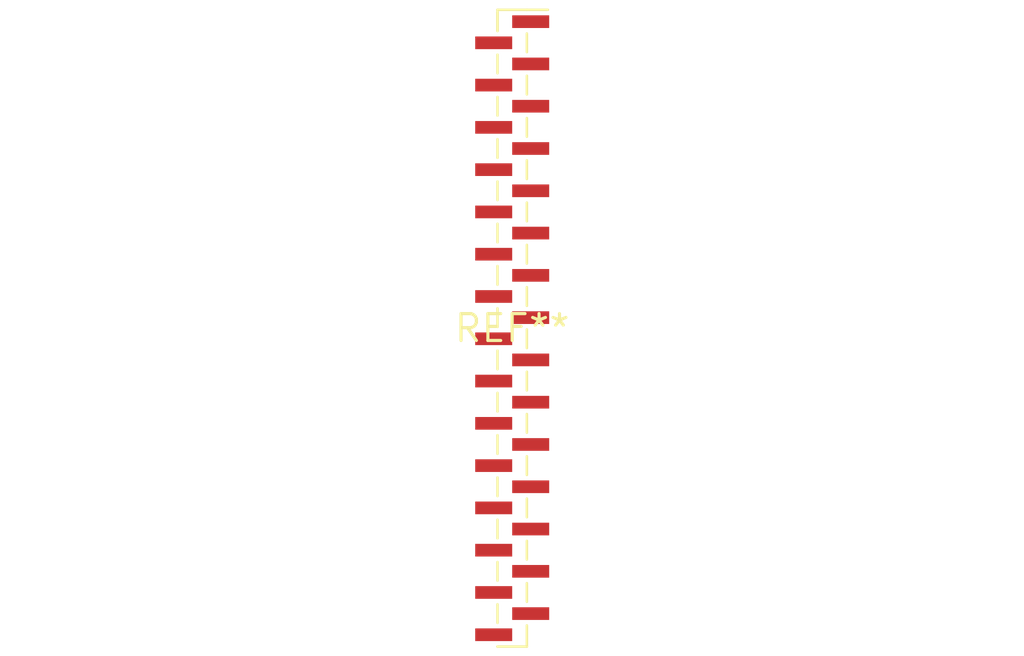
<source format=kicad_pcb>
(kicad_pcb (version 20240108) (generator pcbnew)
  (layers (0 "F.Cu" signal) (31 "B.Cu" signal) (34 "B.Paste" user) (35 "F.Paste" user) (36 "B.SilkS" user "B.Silkscreen") (37 "F.SilkS" user "F.Silkscreen") (38 "B.Mask" user) (39 "F.Mask" user) (44 "Edge.Cuts" user))
  (net 0 "")
  (footprint "PinHeader_1x30_P1.00mm_Vertical_SMD_Pin1Right" (layer "F.Cu") (at 0 0)
    (property "Reference" "REF**")
    (property "Value" "PinHeader_1x30_P1.00mm_Vertical_SMD_Pin1Right")
    (fp_line (start -0.695 -15.06) (end -0.695 -14.06) (layer "F.SilkS") (stroke (width 0.12)))
    (fp_line (start -0.695 -15.06) (end 0.695 -15.06) (layer "F.SilkS") (stroke (width 0.12)))
    (fp_line (start -0.695 -14.94) (end -0.695 -14.06) (layer "F.SilkS") (stroke (width 0.12)))
    (fp_line (start -0.695 -12.94) (end -0.695 -12.06) (layer "F.SilkS") (stroke (width 0.12)))
    (fp_line (start -0.695 -10.94) (end -0.695 -10.06) (layer "F.SilkS") (stroke (width 0.12)))
    (fp_line (start -0.695 -8.94) (end -0.695 -8.06) (layer "F.SilkS") (stroke (width 0.12)))
    (fp_line (start -0.695 -6.94) (end -0.695 -6.06) (layer "F.SilkS") (stroke (width 0.12)))
    (fp_line (start -0.695 -4.94) (end -0.695 -4.06) (layer "F.SilkS") (stroke (width 0.12)))
    (fp_line (start -0.695 -2.94) (end -0.695 -2.06) (layer "F.SilkS") (stroke (width 0.12)))
    (fp_line (start -0.695 -0.94) (end -0.695 -0.06) (layer "F.SilkS") (stroke (width 0.12)))
    (fp_line (start -0.695 1.06) (end -0.695 1.94) (layer "F.SilkS") (stroke (width 0.12)))
    (fp_line (start -0.695 3.06) (end -0.695 3.94) (layer "F.SilkS") (stroke (width 0.12)))
    (fp_line (start -0.695 5.06) (end -0.695 5.94) (layer "F.SilkS") (stroke (width 0.12)))
    (fp_line (start -0.695 7.06) (end -0.695 7.94) (layer "F.SilkS") (stroke (width 0.12)))
    (fp_line (start -0.695 9.06) (end -0.695 9.94) (layer "F.SilkS") (stroke (width 0.12)))
    (fp_line (start -0.695 11.06) (end -0.695 11.94) (layer "F.SilkS") (stroke (width 0.12)))
    (fp_line (start -0.695 13.06) (end -0.695 13.94) (layer "F.SilkS") (stroke (width 0.12)))
    (fp_line (start -0.695 15.06) (end -0.695 15.06) (layer "F.SilkS") (stroke (width 0.12)))
    (fp_line (start -0.695 15.06) (end 0.695 15.06) (layer "F.SilkS") (stroke (width 0.12)))
    (fp_line (start 0.695 -15.06) (end 0.695 -15.06) (layer "F.SilkS") (stroke (width 0.12)))
    (fp_line (start 0.695 -15.06) (end 1.69 -15.06) (layer "F.SilkS") (stroke (width 0.12)))
    (fp_line (start 0.695 -13.94) (end 0.695 -13.06) (layer "F.SilkS") (stroke (width 0.12)))
    (fp_line (start 0.695 -11.94) (end 0.695 -11.06) (layer "F.SilkS") (stroke (width 0.12)))
    (fp_line (start 0.695 -9.94) (end 0.695 -9.06) (layer "F.SilkS") (stroke (width 0.12)))
    (fp_line (start 0.695 -7.94) (end 0.695 -7.06) (layer "F.SilkS") (stroke (width 0.12)))
    (fp_line (start 0.695 -5.94) (end 0.695 -5.06) (layer "F.SilkS") (stroke (width 0.12)))
    (fp_line (start 0.695 -3.94) (end 0.695 -3.06) (layer "F.SilkS") (stroke (width 0.12)))
    (fp_line (start 0.695 -1.94) (end 0.695 -1.06) (layer "F.SilkS") (stroke (width 0.12)))
    (fp_line (start 0.695 0.06) (end 0.695 0.94) (layer "F.SilkS") (stroke (width 0.12)))
    (fp_line (start 0.695 2.06) (end 0.695 2.94) (layer "F.SilkS") (stroke (width 0.12)))
    (fp_line (start 0.695 4.06) (end 0.695 4.94) (layer "F.SilkS") (stroke (width 0.12)))
    (fp_line (start 0.695 6.06) (end 0.695 6.94) (layer "F.SilkS") (stroke (width 0.12)))
    (fp_line (start 0.695 8.06) (end 0.695 8.94) (layer "F.SilkS") (stroke (width 0.12)))
    (fp_line (start 0.695 10.06) (end 0.695 10.94) (layer "F.SilkS") (stroke (width 0.12)))
    (fp_line (start 0.695 12.06) (end 0.695 12.94) (layer "F.SilkS") (stroke (width 0.12)))
    (fp_line (start 0.695 14.06) (end 0.695 15.06) (layer "F.SilkS") (stroke (width 0.12)))
    (pad "1" smd rect (at 0.875 -14.5) (size 1.75 0.6) (layers "F.Cu" "F.Paste" "F.Mask"))
    (pad "2" smd rect (at -0.875 -13.5) (size 1.75 0.6) (layers "F.Cu" "F.Paste" "F.Mask"))
    (pad "3" smd rect (at 0.875 -12.5) (size 1.75 0.6) (layers "F.Cu" "F.Paste" "F.Mask"))
    (pad "4" smd rect (at -0.875 -11.5) (size 1.75 0.6) (layers "F.Cu" "F.Paste" "F.Mask"))
    (pad "5" smd rect (at 0.875 -10.5) (size 1.75 0.6) (layers "F.Cu" "F.Paste" "F.Mask"))
    (pad "6" smd rect (at -0.875 -9.5) (size 1.75 0.6) (layers "F.Cu" "F.Paste" "F.Mask"))
    (pad "7" smd rect (at 0.875 -8.5) (size 1.75 0.6) (layers "F.Cu" "F.Paste" "F.Mask"))
    (pad "8" smd rect (at -0.875 -7.5) (size 1.75 0.6) (layers "F.Cu" "F.Paste" "F.Mask"))
    (pad "9" smd rect (at 0.875 -6.5) (size 1.75 0.6) (layers "F.Cu" "F.Paste" "F.Mask"))
    (pad "10" smd rect (at -0.875 -5.5) (size 1.75 0.6) (layers "F.Cu" "F.Paste" "F.Mask"))
    (pad "11" smd rect (at 0.875 -4.5) (size 1.75 0.6) (layers "F.Cu" "F.Paste" "F.Mask"))
    (pad "12" smd rect (at -0.875 -3.5) (size 1.75 0.6) (layers "F.Cu" "F.Paste" "F.Mask"))
    (pad "13" smd rect (at 0.875 -2.5) (size 1.75 0.6) (layers "F.Cu" "F.Paste" "F.Mask"))
    (pad "14" smd rect (at -0.875 -1.5) (size 1.75 0.6) (layers "F.Cu" "F.Paste" "F.Mask"))
    (pad "15" smd rect (at 0.875 -0.5) (size 1.75 0.6) (layers "F.Cu" "F.Paste" "F.Mask"))
    (pad "16" smd rect (at -0.875 0.5) (size 1.75 0.6) (layers "F.Cu" "F.Paste" "F.Mask"))
    (pad "17" smd rect (at 0.875 1.5) (size 1.75 0.6) (layers "F.Cu" "F.Paste" "F.Mask"))
    (pad "18" smd rect (at -0.875 2.5) (size 1.75 0.6) (layers "F.Cu" "F.Paste" "F.Mask"))
    (pad "19" smd rect (at 0.875 3.5) (size 1.75 0.6) (layers "F.Cu" "F.Paste" "F.Mask"))
    (pad "20" smd rect (at -0.875 4.5) (size 1.75 0.6) (layers "F.Cu" "F.Paste" "F.Mask"))
    (pad "21" smd rect (at 0.875 5.5) (size 1.75 0.6) (layers "F.Cu" "F.Paste" "F.Mask"))
    (pad "22" smd rect (at -0.875 6.5) (size 1.75 0.6) (layers "F.Cu" "F.Paste" "F.Mask"))
    (pad "23" smd rect (at 0.875 7.5) (size 1.75 0.6) (layers "F.Cu" "F.Paste" "F.Mask"))
    (pad "24" smd rect (at -0.875 8.5) (size 1.75 0.6) (layers "F.Cu" "F.Paste" "F.Mask"))
    (pad "25" smd rect (at 0.875 9.5) (size 1.75 0.6) (layers "F.Cu" "F.Paste" "F.Mask"))
    (pad "26" smd rect (at -0.875 10.5) (size 1.75 0.6) (layers "F.Cu" "F.Paste" "F.Mask"))
    (pad "27" smd rect (at 0.875 11.5) (size 1.75 0.6) (layers "F.Cu" "F.Paste" "F.Mask"))
    (pad "28" smd rect (at -0.875 12.5) (size 1.75 0.6) (layers "F.Cu" "F.Paste" "F.Mask"))
    (pad "29" smd rect (at 0.875 13.5) (size 1.75 0.6) (layers "F.Cu" "F.Paste" "F.Mask"))
    (pad "30" smd rect (at -0.875 14.5) (size 1.75 0.6) (layers "F.Cu" "F.Paste" "F.Mask"))
  )
)
</source>
